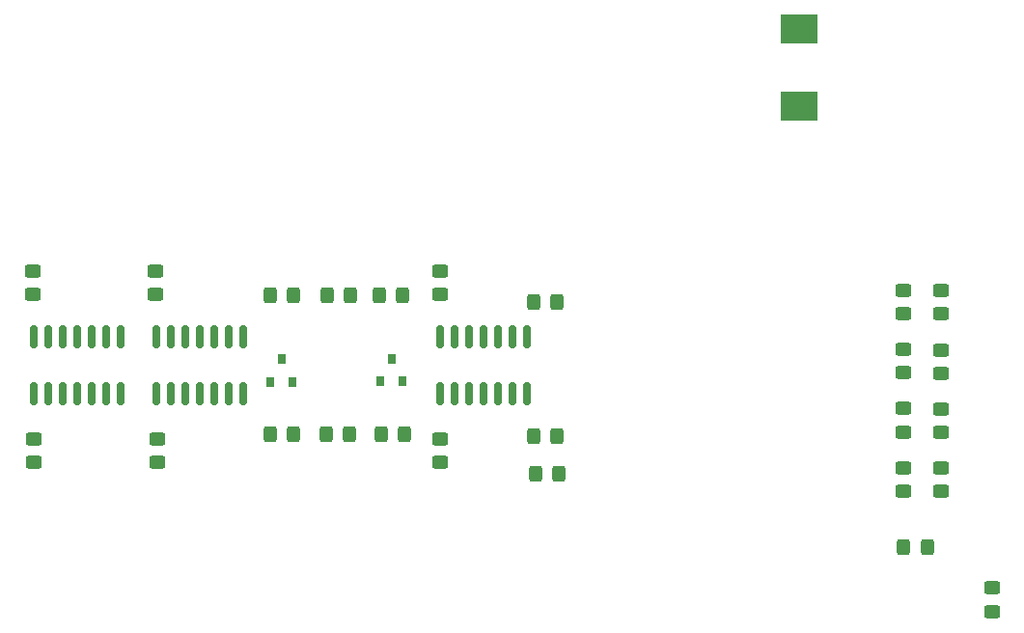
<source format=gbr>
G04 #@! TF.GenerationSoftware,KiCad,Pcbnew,(6.0.11-0)*
G04 #@! TF.CreationDate,2023-04-16T22:12:13+02:00*
G04 #@! TF.ProjectId,FluCom3,466c7543-6f6d-4332-9e6b-696361645f70,3.1*
G04 #@! TF.SameCoordinates,Original*
G04 #@! TF.FileFunction,Paste,Top*
G04 #@! TF.FilePolarity,Positive*
%FSLAX46Y46*%
G04 Gerber Fmt 4.6, Leading zero omitted, Abs format (unit mm)*
G04 Created by KiCad (PCBNEW (6.0.11-0)) date 2023-04-16 22:12:13*
%MOMM*%
%LPD*%
G01*
G04 APERTURE LIST*
G04 Aperture macros list*
%AMRoundRect*
0 Rectangle with rounded corners*
0 $1 Rounding radius*
0 $2 $3 $4 $5 $6 $7 $8 $9 X,Y pos of 4 corners*
0 Add a 4 corners polygon primitive as box body*
4,1,4,$2,$3,$4,$5,$6,$7,$8,$9,$2,$3,0*
0 Add four circle primitives for the rounded corners*
1,1,$1+$1,$2,$3*
1,1,$1+$1,$4,$5*
1,1,$1+$1,$6,$7*
1,1,$1+$1,$8,$9*
0 Add four rect primitives between the rounded corners*
20,1,$1+$1,$2,$3,$4,$5,0*
20,1,$1+$1,$4,$5,$6,$7,0*
20,1,$1+$1,$6,$7,$8,$9,0*
20,1,$1+$1,$8,$9,$2,$3,0*%
G04 Aperture macros list end*
%ADD10RoundRect,0.250000X-0.450000X0.325000X-0.450000X-0.325000X0.450000X-0.325000X0.450000X0.325000X0*%
%ADD11RoundRect,0.250000X0.450000X-0.325000X0.450000X0.325000X-0.450000X0.325000X-0.450000X-0.325000X0*%
%ADD12R,3.300000X2.500000*%
%ADD13R,0.800000X0.900000*%
%ADD14RoundRect,0.250000X0.325000X0.450000X-0.325000X0.450000X-0.325000X-0.450000X0.325000X-0.450000X0*%
%ADD15RoundRect,0.150000X0.150000X-0.825000X0.150000X0.825000X-0.150000X0.825000X-0.150000X-0.825000X0*%
%ADD16RoundRect,0.250000X-0.325000X-0.450000X0.325000X-0.450000X0.325000X0.450000X-0.325000X0.450000X0*%
G04 APERTURE END LIST*
D10*
X79603600Y-121555400D03*
X79603600Y-123605400D03*
X90424000Y-121555400D03*
X90424000Y-123605400D03*
D11*
X90322400Y-108822600D03*
X90322400Y-106772600D03*
D10*
X163703000Y-134611000D03*
X163703000Y-136661000D03*
D11*
X155875000Y-115735000D03*
X155875000Y-113685000D03*
D10*
X155875000Y-124100000D03*
X155875000Y-126150000D03*
D11*
X155875000Y-120920000D03*
X155875000Y-118870000D03*
X155875000Y-110550000D03*
X155875000Y-108500000D03*
D12*
X146750000Y-92350000D03*
X146750000Y-85550000D03*
D13*
X110050000Y-116500000D03*
X111950000Y-116500000D03*
X111000000Y-114500000D03*
D11*
X159175000Y-115766666D03*
X159175000Y-113716666D03*
X159175000Y-120958332D03*
X159175000Y-118908332D03*
X159175000Y-110575000D03*
X159175000Y-108525000D03*
D14*
X112125000Y-121100000D03*
X110075000Y-121100000D03*
X107300000Y-121150000D03*
X105250000Y-121150000D03*
D15*
X79590000Y-117522000D03*
X80860000Y-117522000D03*
X82130000Y-117522000D03*
X83400000Y-117522000D03*
X84670000Y-117522000D03*
X85940000Y-117522000D03*
X87210000Y-117522000D03*
X87210000Y-112572000D03*
X85940000Y-112572000D03*
X84670000Y-112572000D03*
X83400000Y-112572000D03*
X82130000Y-112572000D03*
X80860000Y-112572000D03*
X79590000Y-112572000D03*
X90373200Y-117522000D03*
X91643200Y-117522000D03*
X92913200Y-117522000D03*
X94183200Y-117522000D03*
X95453200Y-117522000D03*
X96723200Y-117522000D03*
X97993200Y-117522000D03*
X97993200Y-112572000D03*
X96723200Y-112572000D03*
X95453200Y-112572000D03*
X94183200Y-112572000D03*
X92913200Y-112572000D03*
X91643200Y-112572000D03*
X90373200Y-112572000D03*
D14*
X102377000Y-121150000D03*
X100327000Y-121150000D03*
X102377000Y-108966000D03*
X100327000Y-108966000D03*
D13*
X100402000Y-116550000D03*
X102302000Y-116550000D03*
X101352000Y-114550000D03*
D16*
X109950000Y-108916000D03*
X112000000Y-108916000D03*
X123625001Y-124550001D03*
X125675001Y-124550001D03*
D11*
X79502000Y-108822600D03*
X79502000Y-106772600D03*
D10*
X115265200Y-121555400D03*
X115265200Y-123605400D03*
D11*
X115265200Y-108822600D03*
X115265200Y-106772600D03*
D15*
X115238000Y-117522000D03*
X116508000Y-117522000D03*
X117778000Y-117522000D03*
X119048000Y-117522000D03*
X120318000Y-117522000D03*
X121588000Y-117522000D03*
X122858000Y-117522000D03*
X122858000Y-112572000D03*
X121588000Y-112572000D03*
X120318000Y-112572000D03*
X119048000Y-112572000D03*
X117778000Y-112572000D03*
X116508000Y-112572000D03*
X115238000Y-112572000D03*
D16*
X155950000Y-131000000D03*
X158000000Y-131000000D03*
D11*
X159175000Y-126150000D03*
X159175000Y-124100000D03*
D14*
X125525000Y-109500000D03*
X123475000Y-109500000D03*
D16*
X105350000Y-108966000D03*
X107400000Y-108966000D03*
X123475000Y-121300000D03*
X125525000Y-121300000D03*
M02*

</source>
